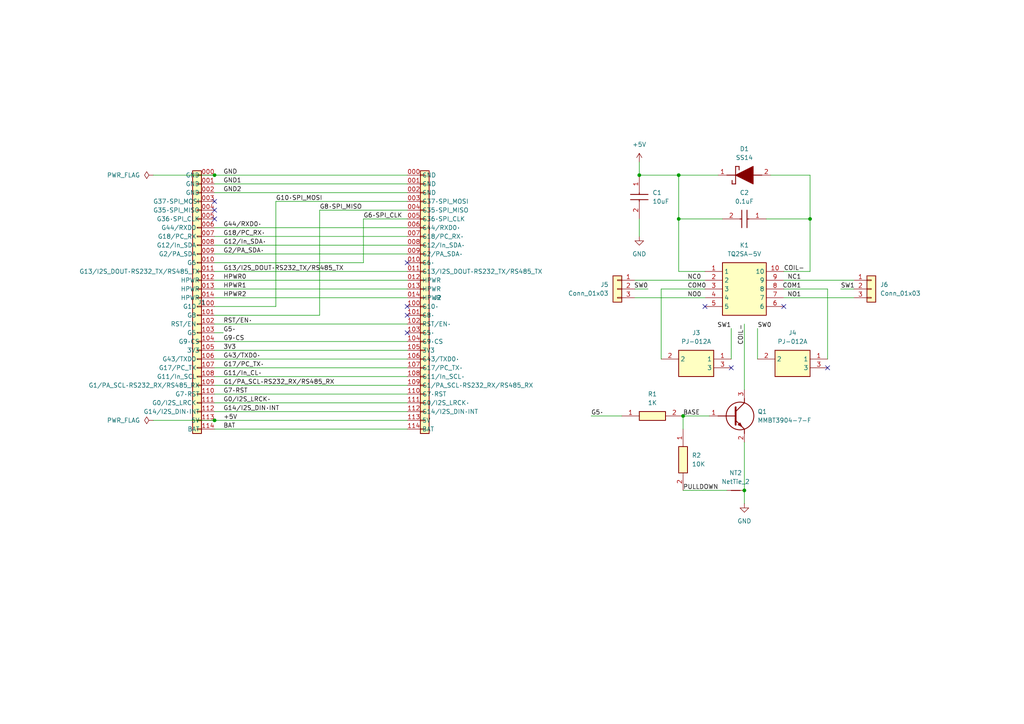
<source format=kicad_sch>
(kicad_sch (version 20250114) (generator "eeschema") (generator_version "9.0")
  (paper "A4")
  (title_block (title "M5Stack CoreS3 to LAN PoE v1.2 Adapter with DPDT Relay") (date "2025-08-14") (rev "1.0") (company "https://github.com/rtyle") (comment 1 "https://github.com/m5stack/M5_Hardware/tree/master/PCB/Module") (comment 2 "https://docs.m5stack.com/en/base/lan_poe_v12") (comment 3 "https://docs.m5stack.com/en/accessory/bus_socket"))
  (lib_symbols
    (symbol "Connector_Generic:Conn_01x03" (pin_names (offset 1.016) (hide yes))
      (property "Reference" "J" (at 0 5.08 0))
      (property "Value" "Conn_01x03" (at 0 -5.08 0))
      (symbol "Conn_01x03_1_1"
        (rectangle (start -1.27 3.81) (end 1.27 -3.81) (stroke (width 0.254)) (fill (type background)))
        (rectangle (start -1.27 2.667) (end 0 2.413) (stroke (width 0.1524)))
        (rectangle (start -1.27 0.127) (end 0 -0.127) (stroke (width 0.1524)))
        (rectangle (start -1.27 -2.413) (end 0 -2.667) (stroke (width 0.1524)))
        (pin passive line (at -5.08 2.54 0) (length 3.81) (name "Pin_1") (number "1"))
        (pin passive line (at -5.08 0 0) (length 3.81) (name "Pin_2") (number "2"))
        (pin passive line (at -5.08 -2.54 0) (length 3.81) (name "Pin_3") (number "3"))
      )
    )
    (symbol "Device:NetTie_2" (pin_numbers (hide yes)) (pin_names (offset 0) (hide yes)) (in_bom no)
      (property "Reference" "NT" (at 0 1.27 0))
      (property "Value" "NetTie_2" (at 0 -1.27 0))
      (symbol "NetTie_2_0_1"
        (polyline (pts (xy -1.27 0) (xy 1.27 0)) (stroke (width 0.254)))
      )
      (symbol "NetTie_2_1_1"
        (pin passive line (at -2.54 0 0) (length 2.54) (name "1") (number "1"))
        (pin passive line (at 2.54 0 180) (length 2.54) (name "2") (number "2"))
      )
    )
    (symbol "SamacSys_Parts:C1608X7R1H104K080AA" (pin_names (hide yes))
      (property "Reference" "C" (at 8.89 6.35 0))
      (property "Value" "C1608X7R1H104K080AA" (at 8.89 3.81 0))
      (symbol "C1608X7R1H104K080AA_1_1"
        (polyline (pts (xy 5.08 0) (xy 5.588 0)) (stroke (width 0.254)))
        (polyline (pts (xy 5.588 2.54) (xy 5.588 -2.54)) (stroke (width 0.254)))
        (polyline (pts (xy 7.112 2.54) (xy 7.112 -2.54)) (stroke (width 0.254)))
        (polyline (pts (xy 7.112 0) (xy 7.62 0)) (stroke (width 0.254)))
        (pin passive line (at 0 0 0) (length 5.08) (name "1") (number "1"))
        (pin passive line (at 12.7 0 180) (length 5.08) (name "2") (number "2"))
      )
    )
    (symbol "SamacSys_Parts:ERJ-P06F1002V" (pin_names (hide yes))
      (property "Reference" "R" (at 13.97 6.35 0))
      (property "Value" "ERJ-P06F1002V" (at 13.97 3.81 0))
      (symbol "ERJ-P06F1002V_1_1"
        (rectangle (start 5.08 1.27) (end 12.7 -1.27) (stroke (width 0.254)) (fill (type background)))
        (pin passive line (at 0 0 0) (length 5.08) (name "1") (number "1"))
        (pin passive line (at 17.78 0 180) (length 5.08) (name "2") (number "2"))
      )
    )
    (symbol "SamacSys_Parts:ERJ-UP6D1001V" (pin_names (hide yes))
      (property "Reference" "R" (at 13.97 6.35 0))
      (property "Value" "ERJ-UP6D1001V" (at 13.97 3.81 0))
      (symbol "ERJ-UP6D1001V_1_1"
        (rectangle (start 5.08 1.27) (end 12.7 -1.27) (stroke (width 0.254)) (fill (type background)))
        (pin passive line (at 0 0 0) (length 5.08) (name "1") (number "1"))
        (pin passive line (at 17.78 0 180) (length 5.08) (name "2") (number "2"))
      )
    )
    (symbol "SamacSys_Parts:GRM21BZ71E106KE15L" (pin_names (hide yes))
      (property "Reference" "C" (at 8.89 6.35 0))
      (property "Value" "GRM21BZ71E106KE15L" (at 8.89 3.81 0))
      (symbol "GRM21BZ71E106KE15L_1_1"
        (polyline (pts (xy 5.08 0) (xy 5.588 0)) (stroke (width 0.254)))
        (polyline (pts (xy 5.588 2.54) (xy 5.588 -2.54)) (stroke (width 0.254)))
        (polyline (pts (xy 7.112 2.54) (xy 7.112 -2.54)) (stroke (width 0.254)))
        (polyline (pts (xy 7.112 0) (xy 7.62 0)) (stroke (width 0.254)))
        (pin passive line (at 0 0 0) (length 5.08) (name "1") (number "1"))
        (pin passive line (at 12.7 0 180) (length 5.08) (name "2") (number "2"))
      )
    )
    (symbol "SamacSys_Parts:MMBT3904-7-F" (pin_names (hide yes))
      (property "Reference" "Q" (at 13.97 1.27 0))
      (property "Value" "MMBT3904-7-F" (at 13.97 -1.27 0))
      (symbol "MMBT3904-7-F_1_1"
        (polyline (pts (xy 2.54 0) (xy 7.62 0)) (stroke (width 0.254)))
        (polyline (pts (xy 7.62 2.54) (xy 7.62 -2.54)) (stroke (width 0.508)))
        (polyline (pts (xy 7.62 1.27) (xy 10.16 3.81)) (stroke (width 0.254)))
        (polyline (pts (xy 7.62 -1.27) (xy 10.16 -3.81)) (stroke (width 0.254)))
        (polyline (pts (xy 8.382 -2.54) (xy 8.89 -2.032) (xy 9.398 -3.048) (xy 8.382 -2.54)) (stroke (width 0.254)) (fill (type outline)))
        (circle (center 8.89 0) (radius 4.016) (stroke (width 0.254)))
        (polyline (pts (xy 10.16 3.81) (xy 10.16 5.08)) (stroke (width 0.254)))
        (polyline (pts (xy 10.16 -3.81) (xy 10.16 -5.08)) (stroke (width 0.254)))
        (pin passive line (at 0 0 0) (length 2.54) (name "B") (number "1"))
        (pin passive line (at 10.16 7.62 270) (length 2.54) (name "C") (number "3"))
        (pin passive line (at 10.16 -7.62 90) (length 2.54) (name "E") (number "2"))
      )
    )
    (symbol "SamacSys_Parts:PJ-012A"
      (property "Reference" "J" (at 16.51 7.62 0))
      (property "Value" "PJ-012A" (at 16.51 5.08 0))
      (symbol "PJ-012A_1_1"
        (rectangle (start 5.08 2.54) (end 15.24 -5.08) (stroke (width 0.254)) (fill (type background)))
        (pin passive line (at 0 0 0) (length 5.08) (name "1") (number "1"))
        (pin passive line (at 0 -2.54 0) (length 5.08) (name "3") (number "3"))
        (pin passive line (at 20.32 0 180) (length 5.08) (name "2") (number "2"))
      )
    )
    (symbol "SamacSys_Parts:SS14" (pin_names (hide yes))
      (property "Reference" "D" (at 12.7 8.89 0))
      (property "Value" "SS14" (at 12.7 6.35 0))
      (symbol "SS14_1_1"
        (polyline (pts (xy 5.08 0) (xy 7.62 0)) (stroke (width 0.254)))
        (polyline (pts (xy 6.604 -1.524) (xy 6.604 -2.54)) (stroke (width 0.254)))
        (polyline (pts (xy 7.62 2.54) (xy 7.62 -2.54)) (stroke (width 0.254)))
        (polyline (pts (xy 7.62 2.54) (xy 8.636 2.54)) (stroke (width 0.254)))
        (polyline (pts (xy 7.62 0) (xy 12.7 2.54) (xy 12.7 -2.54) (xy 7.62 0)) (stroke (width 0.254)) (fill (type outline)))
        (polyline (pts (xy 7.62 -2.54) (xy 6.604 -2.54)) (stroke (width 0.254)))
        (polyline (pts (xy 8.636 1.524) (xy 8.636 2.54)) (stroke (width 0.254)))
        (polyline (pts (xy 12.7 0) (xy 15.24 0)) (stroke (width 0.254)))
        (pin passive line (at 2.54 0 0) (length 2.54) (name "K") (number "1"))
        (pin passive line (at 17.78 0 180) (length 2.54) (name "A") (number "2"))
      )
    )
    (symbol "SamacSys_Parts:TQ2SA-5V"
      (property "Reference" "K" (at 19.05 7.62 0))
      (property "Value" "TQ2SA-5V" (at 19.05 5.08 0))
      (symbol "TQ2SA-5V_1_1"
        (rectangle (start 5.08 2.54) (end 17.78 -12.7) (stroke (width 0.254)) (fill (type background)))
        (pin power_in line (at 0 0 0) (length 5.08) (name "1") (number "1"))
        (pin bidirectional line (at 0 -2.54 0) (length 5.08) (name "2") (number "2"))
        (pin bidirectional line (at 0 -5.08 0) (length 5.08) (name "3") (number "3"))
        (pin bidirectional line (at 0 -7.62 0) (length 5.08) (name "4") (number "4"))
        (pin bidirectional line (at 0 -10.16 0) (length 5.08) (name "5") (number "5"))
        (pin bidirectional line (at 22.86 0 180) (length 5.08) (name "10") (number "10"))
        (pin bidirectional line (at 22.86 -2.54 180) (length 5.08) (name "9") (number "9"))
        (pin bidirectional line (at 22.86 -5.08 180) (length 5.08) (name "8") (number "8"))
        (pin bidirectional line (at 22.86 -7.62 180) (length 5.08) (name "7") (number "7"))
        (pin power_in line (at 22.86 -10.16 180) (length 5.08) (name "6") (number "6"))
      )
    )
    (symbol "m5stack:Conn_01x30_M5Stack_CoreS3-Base_LAN_PoE_v1.2"
      (property "Reference" "U" (at 0 0 0))
      (symbol "Conn_01x30_M5Stack_CoreS3-Base_LAN_PoE_v1.2_1_1"
        (rectangle (start 3.81 38.1) (end 6.35 -38.1) (stroke (width 0.254)) (fill (type background)))
        (rectangle (start 3.81 36.957) (end 5.08 36.703) (stroke (width 0.1524)))
        (rectangle (start 3.81 34.417) (end 5.08 34.163) (stroke (width 0.1524)))
        (rectangle (start 3.81 31.877) (end 5.08 31.623) (stroke (width 0.1524)))
        (rectangle (start 3.81 29.337) (end 5.08 29.083) (stroke (width 0.1524)))
        (rectangle (start 3.81 26.797) (end 5.08 26.543) (stroke (width 0.1524)))
        (rectangle (start 3.81 24.257) (end 5.08 24.003) (stroke (width 0.1524)))
        (rectangle (start 3.81 21.717) (end 5.08 21.463) (stroke (width 0.1524)))
        (rectangle (start 3.81 19.177) (end 5.08 18.923) (stroke (width 0.1524)))
        (rectangle (start 3.81 16.637) (end 5.08 16.383) (stroke (width 0.1524)))
        (rectangle (start 3.81 14.097) (end 5.08 13.843) (stroke (width 0.1524)))
        (rectangle (start 3.81 11.557) (end 5.08 11.303) (stroke (width 0.1524)))
        (rectangle (start 3.81 9.017) (end 5.08 8.763) (stroke (width 0.1524)))
        (rectangle (start 3.81 6.477) (end 5.08 6.223) (stroke (width 0.1524)))
        (rectangle (start 3.81 3.937) (end 5.08 3.683) (stroke (width 0.1524)))
        (rectangle (start 3.81 1.397) (end 5.08 1.143) (stroke (width 0.1524)))
        (rectangle (start 3.81 -1.143) (end 5.08 -1.397) (stroke (width 0.1524)))
        (rectangle (start 3.81 -3.683) (end 5.08 -3.937) (stroke (width 0.1524)))
        (rectangle (start 3.81 -6.223) (end 5.08 -6.477) (stroke (width 0.1524)))
        (rectangle (start 3.81 -8.763) (end 5.08 -9.017) (stroke (width 0.1524)))
        (rectangle (start 3.81 -11.303) (end 5.08 -11.557) (stroke (width 0.1524)))
        (rectangle (start 3.81 -13.843) (end 5.08 -14.097) (stroke (width 0.1524)))
        (rectangle (start 3.81 -16.383) (end 5.08 -16.637) (stroke (width 0.1524)))
        (rectangle (start 3.81 -18.923) (end 5.08 -19.177) (stroke (width 0.1524)))
        (rectangle (start 3.81 -21.463) (end 5.08 -21.717) (stroke (width 0.1524)))
        (rectangle (start 3.81 -24.003) (end 5.08 -24.257) (stroke (width 0.1524)))
        (rectangle (start 3.81 -26.543) (end 5.08 -26.797) (stroke (width 0.1524)))
        (rectangle (start 3.81 -29.083) (end 5.08 -29.337) (stroke (width 0.1524)))
        (rectangle (start 3.81 -31.623) (end 5.08 -31.877) (stroke (width 0.1524)))
        (rectangle (start 3.81 -34.163) (end 5.08 -34.417) (stroke (width 0.1524)))
        (rectangle (start 3.81 -36.703) (end 5.08 -36.957) (stroke (width 0.1524)))
        (pin passive line (at 0 36.83 0) (length 3.81) (name "GND") (number "000"))
        (pin passive line (at 0 34.29 0) (length 3.81) (name "GND") (number "001"))
        (pin passive line (at 0 31.75 0) (length 3.81) (name "GND") (number "002"))
        (pin passive line (at 0 29.21 0) (length 3.81) (name "G37·SPI_MOSI") (number "003"))
        (pin passive line (at 0 26.67 0) (length 3.81) (name "G35·SPI_MISO") (number "004"))
        (pin passive line (at 0 24.13 0) (length 3.81) (name "G36·SPI_CLK") (number "005"))
        (pin passive line (at 0 21.59 0) (length 3.81) (name "G44/RXD0·") (number "006"))
        (pin passive line (at 0 19.05 0) (length 3.81) (name "G18/PC_RX·") (number "007"))
        (pin passive line (at 0 16.51 0) (length 3.81) (name "G12/In_SDA·") (number "008"))
        (pin passive line (at 0 13.97 0) (length 3.81) (name "G2/PA_SDA·") (number "009"))
        (pin passive line (at 0 11.43 0) (length 3.81) (name "G6·") (number "010"))
        (pin passive line (at 0 8.89 0) (length 3.81) (name "G13/I2S_DOUT·RS232_TX/RS485_TX") (number "011"))
        (pin passive line (at 0 6.35 0) (length 3.81) (name "HPWR") (number "012"))
        (pin passive line (at 0 3.81 0) (length 3.81) (name "HPWR") (number "013"))
        (pin passive line (at 0 1.27 0) (length 3.81) (name "HPWR") (number "014"))
        (pin passive line (at 0 -1.27 0) (length 3.81) (name "G10·") (number "100"))
        (pin passive line (at 0 -3.81 0) (length 3.81) (name "G8·") (number "101"))
        (pin passive line (at 0 -6.35 0) (length 3.81) (name "RST/EN·") (number "102"))
        (pin passive line (at 0 -8.89 0) (length 3.81) (name "G5·") (number "103"))
        (pin passive line (at 0 -11.43 0) (length 3.81) (name "G9·CS") (number "104"))
        (pin passive line (at 0 -13.97 0) (length 3.81) (name "3V3") (number "105"))
        (pin passive line (at 0 -16.51 0) (length 3.81) (name "G43/TXD0·") (number "106"))
        (pin passive line (at 0 -19.05 0) (length 3.81) (name "G17/PC_TX·") (number "107"))
        (pin passive line (at 0 -21.59 0) (length 3.81) (name "G11/In_SCL·") (number "108"))
        (pin passive line (at 0 -24.13 0) (length 3.81) (name "G1/PA_SCL·RS232_RX/RS485_RX") (number "109"))
        (pin passive line (at 0 -26.67 0) (length 3.81) (name "G7·RST") (number "110"))
        (pin passive line (at 0 -29.21 0) (length 3.81) (name "G0/I2S_LRCK·") (number "111"))
        (pin passive line (at 0 -31.75 0) (length 3.81) (name "G14/I2S_DIN·INT") (number "112"))
        (pin passive line (at 0 -34.29 0) (length 3.81) (name "5V") (number "113"))
        (pin passive line (at 0 -36.83 0) (length 3.81) (name "BAT") (number "114"))
      )
    )
    (symbol "power:+5V" (power) (pin_numbers (hide yes)) (pin_names (offset 0) (hide yes))
      (property "Value" "+5V" (at 0 3.556 0))
      (symbol "+5V_0_1"
        (polyline (pts (xy -0.762 1.27) (xy 0 2.54)))
        (polyline (pts (xy 0 2.54) (xy 0.762 1.27)))
        (polyline (pts (xy 0 0) (xy 0 2.54)))
      )
      (symbol "+5V_1_1"
        (pin power_in line (at 0 0 90) (length 0) (name "~") (number "1"))
      )
    )
    (symbol "power:GND" (power) (pin_numbers (hide yes)) (pin_names (offset 0) (hide yes))
      (property "Value" "GND" (at 0 -3.81 0))
      (symbol "GND_0_1"
        (polyline (pts (xy 0 0) (xy 0 -1.27) (xy 1.27 -1.27) (xy 0 -2.54) (xy -1.27 -1.27) (xy 0 -1.27)))
      )
      (symbol "GND_1_1"
        (pin power_in line (at 0 0 270) (length 0) (name "~") (number "1"))
      )
    )
    (symbol "power:PWR_FLAG" (power) (pin_numbers (hide yes)) (pin_names (offset 0) (hide yes))
      (property "Value" "PWR_FLAG" (at 0 3.81 0))
      (symbol "PWR_FLAG_0_0"
        (pin power_out line (at 0 0 90) (length 0) (name "~") (number "1"))
      )
      (symbol "PWR_FLAG_0_1"
        (polyline (pts (xy 0 0) (xy 0 1.27) (xy -1.016 1.905) (xy 0 2.54) (xy 1.016 1.905) (xy 0 1.27)))
      )
    )
  )
  (junction (at 198.12 120.65))
  (junction (at 234.95 63.5))
  (junction (at 62.23 121.92))
  (junction (at 185.42 50.8))
  (junction (at 215.9 142.24))
  (junction (at 62.23 50.8))
  (junction (at 196.85 50.8))
  (junction (at 196.85 63.5))
  (no_connect (at 204.47 88.9))
  (no_connect (at 62.23 60.96))
  (no_connect (at 62.23 63.5))
  (no_connect (at 118.11 91.44))
  (no_connect (at 118.11 88.9))
  (no_connect (at 227.33 88.9))
  (no_connect (at 62.23 58.42))
  (no_connect (at 118.11 96.52))
  (no_connect (at 118.11 76.2))
  (no_connect (at 212.09 106.68))
  (no_connect (at 240.03 106.68))
  (wire (pts (xy 215.9 142.24) (xy 215.9 146.05)))
  (wire (pts (xy 62.23 50.8) (xy 118.11 50.8)))
  (wire (pts (xy 62.23 116.84) (xy 118.11 116.84)))
  (wire (pts (xy 62.23 111.76) (xy 118.11 111.76)))
  (wire (pts (xy 184.15 81.28) (xy 204.47 81.28)))
  (wire (pts (xy 62.23 53.34) (xy 118.11 53.34)))
  (wire (pts (xy 62.23 68.58) (xy 118.11 68.58)))
  (wire (pts (xy 62.23 88.9) (xy 80.01 88.9)))
  (wire (pts (xy 215.9 93.98) (xy 215.9 113.03)))
  (wire (pts (xy 171.45 120.65) (xy 180.34 120.65)))
  (wire (pts (xy 62.23 73.66) (xy 118.11 73.66)))
  (wire (pts (xy 62.23 119.38) (xy 118.11 119.38)))
  (wire (pts (xy 222.25 63.5) (xy 234.95 63.5)))
  (wire (pts (xy 205.74 120.65) (xy 198.12 120.65)))
  (wire (pts (xy 227.33 78.74) (xy 234.95 78.74)))
  (wire (pts (xy 227.33 86.36) (xy 247.65 86.36)))
  (wire (pts (xy 62.23 93.98) (xy 118.11 93.98)))
  (wire (pts (xy 62.23 83.82) (xy 118.11 83.82)))
  (wire (pts (xy 215.9 128.27) (xy 215.9 142.24)))
  (wire (pts (xy 62.23 76.2) (xy 105.41 76.2)))
  (wire (pts (xy 62.23 99.06) (xy 118.11 99.06)))
  (wire (pts (xy 191.77 83.82) (xy 204.47 83.82)))
  (wire (pts (xy 196.85 50.8) (xy 208.28 50.8)))
  (wire (pts (xy 62.23 78.74) (xy 118.11 78.74)))
  (wire (pts (xy 184.15 83.82) (xy 187.96 83.82)))
  (wire (pts (xy 185.42 46.99) (xy 185.42 50.8)))
  (wire (pts (xy 196.85 63.5) (xy 196.85 78.74)))
  (wire (pts (xy 80.01 88.9) (xy 80.01 58.42)))
  (wire (pts (xy 62.23 96.52) (xy 64.77 96.52)))
  (wire (pts (xy 184.15 86.36) (xy 204.47 86.36)))
  (wire (pts (xy 191.77 104.14) (xy 191.77 83.82)))
  (wire (pts (xy 223.52 50.8) (xy 234.95 50.8)))
  (wire (pts (xy 62.23 121.92) (xy 118.11 121.92)))
  (wire (pts (xy 62.23 81.28) (xy 118.11 81.28)))
  (wire (pts (xy 62.23 114.3) (xy 118.11 114.3)))
  (wire (pts (xy 196.85 78.74) (xy 204.47 78.74)))
  (wire (pts (xy 234.95 50.8) (xy 234.95 63.5)))
  (wire (pts (xy 227.33 83.82) (xy 240.03 83.82)))
  (wire (pts (xy 62.23 106.68) (xy 118.11 106.68)))
  (wire (pts (xy 62.23 109.22) (xy 118.11 109.22)))
  (wire (pts (xy 92.71 91.44) (xy 92.71 60.96)))
  (wire (pts (xy 92.71 60.96) (xy 118.11 60.96)))
  (wire (pts (xy 62.23 55.88) (xy 118.11 55.88)))
  (wire (pts (xy 62.23 66.04) (xy 118.11 66.04)))
  (wire (pts (xy 196.85 63.5) (xy 209.55 63.5)))
  (wire (pts (xy 243.84 83.82) (xy 247.65 83.82)))
  (wire (pts (xy 196.85 50.8) (xy 196.85 63.5)))
  (wire (pts (xy 44.45 121.92) (xy 62.23 121.92)))
  (wire (pts (xy 198.12 142.24) (xy 210.82 142.24)))
  (wire (pts (xy 62.23 86.36) (xy 118.11 86.36)))
  (wire (pts (xy 227.33 81.28) (xy 247.65 81.28)))
  (wire (pts (xy 44.45 50.8) (xy 62.23 50.8)))
  (wire (pts (xy 62.23 101.6) (xy 118.11 101.6)))
  (wire (pts (xy 62.23 104.14) (xy 118.11 104.14)))
  (wire (pts (xy 185.42 50.8) (xy 196.85 50.8)))
  (wire (pts (xy 105.41 63.5) (xy 118.11 63.5)))
  (wire (pts (xy 105.41 76.2) (xy 105.41 63.5)))
  (wire (pts (xy 198.12 120.65) (xy 198.12 124.46)))
  (wire (pts (xy 219.71 95.25) (xy 219.71 104.14)))
  (wire (pts (xy 80.01 58.42) (xy 118.11 58.42)))
  (wire (pts (xy 62.23 71.12) (xy 118.11 71.12)))
  (wire (pts (xy 62.23 91.44) (xy 92.71 91.44)))
  (wire (pts (xy 240.03 104.14) (xy 240.03 83.82)))
  (wire (pts (xy 62.23 124.46) (xy 118.11 124.46)))
  (wire (pts (xy 185.42 63.5) (xy 185.42 68.58)))
  (wire (pts (xy 234.95 63.5) (xy 234.95 78.74)))
  (wire (pts (xy 212.09 95.25) (xy 212.09 104.14)))
  (label "3V3" (at 64.77 101.6 0))
  (label "SW0" (at 187.96 83.82 180))
  (label "PULLDOWN" (at 198.12 142.24 0))
  (label "SW1" (at 243.84 83.82 0))
  (label "BAT" (at 64.77 124.46 0))
  (label "G5·" (at 64.77 96.52 0))
  (label "NC1" (at 232.41 81.28 180))
  (label "COM0" (at 199.39 83.82 0))
  (label "RST{slash}EN·" (at 64.77 93.98 0))
  (label "COIL-" (at 227.33 78.74 0))
  (label "BASE" (at 198.12 120.65 0))
  (label "NO1" (at 232.41 86.36 180))
  (label "+5V" (at 64.77 121.92 0))
  (label "G7·RST" (at 64.77 114.3 0))
  (label "SW0" (at 219.71 95.25 0))
  (label "G9·CS" (at 64.77 99.06 0))
  (label "GND2" (at 64.77 55.88 0))
  (label "G2{slash}PA_SDA·" (at 64.77 73.66 0))
  (label "SW1" (at 212.09 95.25 180))
  (label "G11{slash}In_CL·" (at 64.77 109.22 0))
  (label "G0{slash}I2S_LRCK·" (at 64.77 116.84 0))
  (label "G13{slash}I2S_DOUT·RS232_TX{slash}RS485_TX" (at 64.77 78.74 0))
  (label "NO0" (at 199.39 86.36 0))
  (label "G12{slash}In_SDA·" (at 64.77 71.12 0))
  (label "HPWR0" (at 64.77 81.28 0))
  (label "COIL-" (at 215.9 93.98 270))
  (label "G18{slash}PC_RX·" (at 64.77 68.58 0))
  (label "HPWR1" (at 64.77 83.82 0))
  (label "G6·SPI_CLK" (at 105.41 63.5 0))
  (label "GND1" (at 64.77 53.34 0))
  (label "G1{slash}PA_SCL·RS232_RX{slash}RS485_RX" (at 64.77 111.76 0))
  (label "NC0" (at 199.39 81.28 0))
  (label "G14{slash}I2S_DIN·INT" (at 64.77 119.38 0))
  (label "G5·" (at 171.45 120.65 0))
  (label "G8·SPI_MISO" (at 92.71 60.96 0))
  (label "G10·SPI_MOSI" (at 80.01 58.42 0))
  (label "G44{slash}RXD0·" (at 64.77 66.04 0))
  (label "G17{slash}PC_TX·" (at 64.77 106.68 0))
  (label "G43{slash}TXD0·" (at 64.77 104.14 0))
  (label "GND" (at 64.77 50.8 0))
  (label "HPWR2" (at 64.77 86.36 0))
  (label "COM1" (at 232.41 83.82 180))
  (symbol (lib_id "power:GND") (at 215.9 146.05 0) (unit 1)
    (property "Reference" "#PWR01" (effects (hide yes)))
    (property "Value" "GND" (at 215.9 151.13 0))
    (property "Description" "Power symbol creates a global label with name \"GND\" , ground" (effects (hide yes)))
  )
  (symbol (lib_id "SamacSys_Parts:SS14") (at 205.74 50.8 0) (unit 1)
    (property "Reference" "D1" (at 215.9 43.18 0))
    (property "Value" "SS14" (at 215.9 45.72 0))
    (property "Footprint" "SamacSys_Parts:DIOM5227X270N" (effects (hide yes)))
    (property "Datasheet" "https://www.onsemi.com/pub/Collateral/SS19-D.PDF" (effects (hide yes)))
    (property "Description" "High-Current Capability, Low VF; Glass-Passivated Junctions" (effects (hide yes)))
    (property "Height" "2.7" (effects (hide yes)))
    (property "Manufacturer_Name" "onsemi" (effects (hide yes)))
    (property "Manufacturer_Part_Number" "SS14" (effects (hide yes)))
    (property "Mouser Part Number" "512-SS14" (effects (hide yes)))
    (property "Mouser Price/Stock" "https://www.mouser.co.uk/ProductDetail/onsemi-Fairchild/SS14?qs=mVVXn4M53U%252BvrBaFv5vr4w%3D%3D" (effects (hide yes)))
    (property "Arrow Part Number" "SS14" (effects (hide yes)))
    (property "Arrow Price/Stock" "https://www.arrow.com/en/products/ss14/on-semiconductor?utm_currency=USD&region=nac" (effects (hide yes)))
    (property "Vendor" "https://www.mouser.com/ProductDetail/512-SS14" (effects (hide yes)))
  )
  (symbol (lib_id "SamacSys_Parts:PJ-012A") (at 240.03 104.14 0) (mirror y) (unit 1)
    (property "Reference" "J4" (at 229.87 96.52 0))
    (property "Value" "PJ-012A" (at 229.87 99.06 0))
    (property "Footprint" "SamacSys_Parts:PJ012A" (effects (hide yes)))
    (property "Datasheet" "https://www.sameskydevices.com/product/resource/pj-012a.pdf" (effects (hide yes)))
    (property "Description" "2.0 x 6.6 mm, 5.0 A, Horizontal, Through Hole, Dc Power Jack Connector" (effects (hide yes)))
    (property "Height" "7.3" (effects (hide yes)))
    (property "Manufacturer_Name" "Same Sky" (effects (hide yes)))
    (property "Manufacturer_Part_Number" "PJ-012A" (effects (hide yes)))
    (property "Mouser Part Number" "490-PJ-012A" (effects (hide yes)))
    (property "Mouser Price/Stock" "https://www.mouser.co.uk/ProductDetail/CUI-Devices/PJ-012A?qs=WyjlAZoYn51yDc4uz8zRCw%3D%3D" (effects (hide yes)))
    (property "Arrow Part Number" "PJ-012A" (effects (hide yes)))
    (property "Arrow Price/Stock" "https://www.arrow.com/en/products/pj-012a/cui-devices?region=nac" (effects (hide yes)))
  )
  (symbol (lib_id "SamacSys_Parts:MMBT3904-7-F") (at 205.74 120.65 0) (unit 1)
    (property "Reference" "Q1" (at 219.71 119.3799 0) (effects (justify left)))
    (property "Value" "MMBT3904-7-F" (at 219.71 121.9199 0) (effects (justify left)))
    (property "Footprint" "SamacSys_Parts:SOT96P240X110-3N" (effects (hide yes)))
    (property "Datasheet" "https://www.diodes.com//assets/Datasheets/MMBT3904.pdf" (effects (hide yes)))
    (property "Description" "Bipolar Transistors - BJT 40V NPN SS Trans 60Vceo 6Vebo 200mA" (effects (hide yes)))
    (property "Height" "1.1" (effects (hide yes)))
    (property "Manufacturer_Name" "Diodes Incorporated" (effects (hide yes)))
    (property "Manufacturer_Part_Number" "MMBT3904-7-F" (effects (hide yes)))
    (property "Mouser Part Number" "621-MMBT3904-F" (effects (hide yes)))
    (property "Mouser Price/Stock" "https://www.mouser.co.uk/ProductDetail/Diodes-Incorporated/MMBT3904-7-F?qs=7F%2FY8wl6X3H3eL7tHVWSBQ%3D%3D" (effects (hide yes)))
    (property "Arrow Part Number" "MMBT3904-7-F" (effects (hide yes)))
    (property "Arrow Price/Stock" "https://www.arrow.com/en/products/mmbt3904-7-f/diodes-incorporated?utm_currency=USD&region=europe" (effects (hide yes)))
    (property "Vendor" "https://www.mouser.com/ProductDetail/621-MMBT3904-F" (effects (hide yes)))
  )
  (symbol (lib_id "SamacSys_Parts:ERJ-P06F1002V") (at 198.12 124.46 270) (unit 1)
    (property "Reference" "R2" (at 200.66 132.0799 90) (effects (justify left)))
    (property "Value" "10K" (at 200.66 134.6199 90) (effects (justify left)))
    (property "Footprint" "SamacSys_Parts:ERJP06D1000V" (effects (hide yes)))
    (property "Datasheet" "http://industrial.panasonic.com/cdbs/www-data/pdf/RDA0000/AOA0000C102.pdf" (effects (hide yes)))
    (property "Description" "Thick Film Resistors - SMD 0805 10Kohms 0.5W 1% AEC-Q200" (effects (hide yes)))
    (property "Height" "0.7" (effects (hide yes)))
    (property "Manufacturer_Name" "Panasonic" (effects (hide yes)))
    (property "Manufacturer_Part_Number" "ERJ-P06F1002V" (effects (hide yes)))
    (property "Mouser Part Number" "667-ERJ-P06F1002V" (effects (hide yes)))
    (property "Mouser Price/Stock" "https://www.mouser.co.uk/ProductDetail/Panasonic/ERJ-P06F1002V?qs=Zyl8A9hlmJpSDn8Y2yUh3g%3D%3D" (effects (hide yes)))
    (property "Arrow Part Number" "ERJ-P06F1002V" (effects (hide yes)))
    (property "Arrow Price/Stock" "https://www.arrow.com/en/products/erj-p06f1002v/panasonic?utm_currency=USD&region=nac" (effects (hide yes)))
    (property "Vendor" "https://www.mouser.com/ProductDetail/667-ERJ-P06F1002V" (effects (hide yes)))
  )
  (symbol (lib_id "power:PWR_FLAG") (at 44.45 121.92 90) (unit 1)
    (property "Reference" "#FLG01" (effects (hide yes)))
    (property "Value" "PWR_FLAG" (at 40.64 121.9199 90) (effects (justify left)))
    (property "Description" "Special symbol for telling ERC where power comes from" (effects (hide yes)))
  )
  (symbol (lib_id "Connector_Generic:Conn_01x03") (at 179.07 83.82 0) (mirror y) (unit 1)
    (property "Reference" "J5" (at 176.53 82.5499 0) (effects (justify left)))
    (property "Value" "Conn_01x03" (at 176.53 85.0899 0) (effects (justify left)))
    (property "Footprint" "Connector_PinHeader_2.54mm:PinHeader_1x03_P2.54mm_Vertical" (effects (hide yes)))
    (property "Description" "Generic connector, single row, 01x03, script generated (kicad-library-utils/schlib/autogen/connector/)" (effects (hide yes)))
  )
  (symbol (lib_id "SamacSys_Parts:TQ2SA-5V") (at 204.47 78.74 0) (unit 1)
    (property "Reference" "K1" (at 215.9 71.12 0))
    (property "Value" "TQ2SA-5V" (at 215.9 73.66 0))
    (property "Footprint" "SamacSys_Parts:TQ2SA5V" (effects (hide yes)))
    (property "Datasheet" "https://datasheet.datasheetarchive.com/originals/distributors/Datasheets-21/DSA-416364.pdf" (effects (hide yes)))
    (property "Description" "Relay,Latching,DPDT-NO/NC,5DC,SMT" (effects (hide yes)))
    (property "Height" "5.6" (effects (hide yes)))
    (property "Manufacturer_Name" "Panasonic" (effects (hide yes)))
    (property "Manufacturer_Part_Number" "TQ2SA-5V" (effects (hide yes)))
    (property "Mouser Part Number" "769-TQ2SA-5V" (effects (hide yes)))
    (property "Mouser Price/Stock" "https://www.mouser.co.uk/ProductDetail/Panasonic-Industrial-Devices/TQ2SA-5V?qs=HLLy2pIPwutTziQ%2F0FSsGg%3D%3D" (effects (hide yes)))
    (property "Arrow Part Number" "TQ2SA-5V" (effects (hide yes)))
    (property "Arrow Price/Stock" "https://www.arrow.com/en/products/tq2sa-5v/panasonic?utm_currency=USD&region=nac" (effects (hide yes)))
    (property "Vendor" "https://www.mouser.com/ProductDetail/769-TQ2SA-5V" (effects (hide yes)))
  )
  (symbol (lib_id "SamacSys_Parts:ERJ-UP6D1001V") (at 180.34 120.65 0) (unit 1)
    (property "Reference" "R1" (at 189.23 114.3 0))
    (property "Value" "1K" (at 189.23 116.84 0))
    (property "Footprint" "SamacSys_Parts:ERJP06D1000V" (effects (hide yes)))
    (property "Datasheet" "https://industrial.panasonic.com/cdbs/www-data/pdf/RDP0000/AOA0000C337.pdf" (effects (hide yes)))
    (property "Description" "Anti-Sulfurated Thick Film Chip Resistors/ Anti-Surge Type, Power Rating (W): 0.5, Chip Size (LxW(EIA)) (mm): 2.0 x 1.25 (EIA:0805), Resistance Values (?): 1000, Resistance Tolerance (%): 0.5, T.C.R (?102/K): ?100" (effects (hide yes)))
    (property "Height" "0.7" (effects (hide yes)))
    (property "Manufacturer_Name" "Panasonic" (effects (hide yes)))
    (property "Manufacturer_Part_Number" "ERJ-UP6D1001V" (effects (hide yes)))
    (property "Mouser Part Number" "667-ERJ-UP6D1001V " (effects (hide yes)))
    (property "Vendor" "https://www.mouser.com/ProductDetail/667-ERJ-UP6D1001V" (effects (hide yes)))
  )
  (symbol (lib_id "m5stack:Conn_01x30_M5Stack_CoreS3-Base_LAN_PoE_v1.2") (at 62.23 87.63 0) (mirror y) (unit 1)
    (property "Reference" "J1" (at 59.69 87.6299 0) (effects (justify left)))
    (property "Value" "M5Stack A117 PinHeader" (effects (hide yes)))
    (property "Footprint" "m5stack:PinHeader_2x15_P2.54mm_Vertical_SMD_M5Stack_A001" (effects (hide yes)))
    (property "Datasheet" "https://docs.m5stack.com/en/accessory/bus_socket_smd_13.2" (effects (hide yes)))
    (property "Description" "Generic connector, single row, 01x30, script generated (kicad-library-utils/schlib/autogen/connector/)" (effects (hide yes)))
    (property "Vendor" "https://www.mouser.com/ProductDetail/M5Stack/A117?qs=Imq1NPwxi759SRSwpLYHZw%3D%3D" (effects (hide yes)))
    (property "Mouser Part Number" "170-A117" (effects (hide yes)))
  )
  (symbol (lib_id "SamacSys_Parts:C1608X7R1H104K080AA") (at 222.25 63.5 180) (unit 1)
    (property "Reference" "C2" (at 215.9 55.88 0))
    (property "Value" "0.1uF" (at 215.9 58.42 0))
    (property "Footprint" "SamacSys_Parts:CAPC1608X80N" (effects (hide yes)))
    (property "Datasheet" "https://product.tdk.com/info/en/catalog/datasheets/mlcc_commercial_midvoltage_en.pdf" (effects (hide yes)))
    (property "Description" "MULTILAYER CERAMIC CHIP CAPACITORS, 1608, Commercial grade, general (Up to 75V)" (effects (hide yes)))
    (property "Height" "0.8" (effects (hide yes)))
    (property "Manufacturer_Name" "TDK" (effects (hide yes)))
    (property "Manufacturer_Part_Number" "C1608X7R1H104K080AA" (effects (hide yes)))
    (property "Mouser Part Number" "810-C1608X7R1H104K" (effects (hide yes)))
    (property "Mouser Price/Stock" "https://www.mouser.co.uk/ProductDetail/TDK/C1608X7R1H104K080AA?qs=NRhsANhppD8dEJli2CDBHA%3D%3D" (effects (hide yes)))
    (property "Arrow Part Number" "C1608X7R1H104K080AA" (effects (hide yes)))
    (property "Arrow Price/Stock" "https://www.arrow.com/en/products/c1608x7r1h104k080aa/tdk?utm_currency=USD&region=europe" (effects (hide yes)))
    (property "Vendor" "https://www.mouser.com/ProductDetail/810-C1608X7R1H104K" (effects (hide yes)))
  )
  (symbol (lib_id "SamacSys_Parts:PJ-012A") (at 212.09 104.14 0) (mirror y) (unit 1)
    (property "Reference" "J3" (at 201.93 96.52 0))
    (property "Value" "PJ-012A" (at 201.93 99.06 0))
    (property "Footprint" "SamacSys_Parts:PJ012A" (effects (hide yes)))
    (property "Datasheet" "https://www.sameskydevices.com/product/resource/pj-012a.pdf" (effects (hide yes)))
    (property "Description" "2.0 x 6.6 mm, 5.0 A, Horizontal, Through Hole, Dc Power Jack Connector" (effects (hide yes)))
    (property "Height" "7.3" (effects (hide yes)))
    (property "Manufacturer_Name" "Same Sky" (effects (hide yes)))
    (property "Manufacturer_Part_Number" "PJ-012A" (effects (hide yes)))
    (property "Mouser Part Number" "490-PJ-012A" (effects (hide yes)))
    (property "Mouser Price/Stock" "https://www.mouser.co.uk/ProductDetail/CUI-Devices/PJ-012A?qs=WyjlAZoYn51yDc4uz8zRCw%3D%3D" (effects (hide yes)))
    (property "Arrow Part Number" "PJ-012A" (effects (hide yes)))
    (property "Arrow Price/Stock" "https://www.arrow.com/en/products/pj-012a/cui-devices?region=nac" (effects (hide yes)))
  )
  (symbol (lib_id "Device:NetTie_2") (at 213.36 142.24 0) (unit 1) (in_bom no)
    (property "Reference" "NT2" (at 213.36 137.16 0))
    (property "Value" "NetTie_2" (at 213.36 139.7 0))
    (property "Footprint" "NetTie:NetTie-2_SMD_Pad0.5mm" (effects (hide yes)))
    (property "Description" "Net tie, 2 pins" (effects (hide yes)))
  )
  (symbol (lib_id "power:PWR_FLAG") (at 44.45 50.8 90) (unit 1)
    (property "Reference" "#FLG02" (effects (hide yes)))
    (property "Value" "PWR_FLAG" (at 40.64 50.7999 90) (effects (justify left)))
    (property "Description" "Special symbol for telling ERC where power comes from" (effects (hide yes)))
  )
  (symbol (lib_id "SamacSys_Parts:GRM21BZ71E106KE15L") (at 185.42 50.8 270) (unit 1)
    (property "Reference" "C1" (at 189.23 55.8799 90) (effects (justify left)))
    (property "Value" "10uF" (at 189.23 58.4199 90) (effects (justify left)))
    (property "Footprint" "SamacSys_Parts:GRM21BR60J226ME39L" (effects (hide yes)))
    (property "Datasheet" "https://search.murata.co.jp/Ceramy/image/img/A01X/G101/ENG/GRM21BZ71E106KE15-01A.pdf" (effects (hide yes)))
    (property "Description" "MLCC, 0805" (effects (hide yes)))
    (property "Height" "1.45" (effects (hide yes)))
    (property "Manufacturer_Name" "Murata Electronics" (effects (hide yes)))
    (property "Manufacturer_Part_Number" "GRM21BZ71E106KE15L" (effects (hide yes)))
    (property "Mouser Part Number" "81-GRM21BZ71E106KE5L" (effects (hide yes)))
    (property "Mouser Price/Stock" "https://www.mouser.co.uk/ProductDetail/Murata-Electronics/GRM21BZ71E106KE15L?qs=Ey7%2FXF42M3fdXe9bIpCO9w%3D%3D" (effects (hide yes)))
    (property "Arrow Part Number" "GRM21BZ71E106KE15L" (effects (hide yes)))
    (property "Arrow Price/Stock" "https://www.arrow.com/en/products/grm21bz71e106ke15l/murata-manufacturing?region=europe" (effects (hide yes)))
    (property "Vendor" "https://www.mouser.com/ProductDetail/81-GRM21BZ71E106KE5L" (effects (hide yes)))
  )
  (symbol (lib_id "power:GND") (at 185.42 68.58 0) (unit 1)
    (property "Reference" "#PWR03" (effects (hide yes)))
    (property "Value" "GND" (at 185.42 73.66 0))
    (property "Description" "Power symbol creates a global label with name \"GND\" , ground" (effects (hide yes)))
  )
  (symbol (lib_id "m5stack:Conn_01x30_M5Stack_CoreS3-Base_LAN_PoE_v1.2") (at 118.11 87.63 0) (unit 1)
    (property "Reference" "J2" (at 125.73 86.3599 0) (effects (justify left)))
    (property "Value" "M5Stack A117 PinSocket" (effects (hide yes)))
    (property "Footprint" "m5stack:PinSocket_2x15_P2.54mm_Vertical_SMD_M5Stack_A001" (effects (hide yes)))
    (property "Datasheet" "https://docs.m5stack.com/en/accessory/bus_socket_smd_13.2" (effects (hide yes)))
    (property "Description" "Generic connector, single row, 01x30, script generated (kicad-library-utils/schlib/autogen/connector/)" (effects (hide yes)))
    (property "Vendor" "https://www.mouser.com/ProductDetail/M5Stack/A117?qs=Imq1NPwxi759SRSwpLYHZw%3D%3D" (effects (hide yes)))
    (property "Mouser Part Number" "170-A117" (effects (hide yes)))
  )
  (symbol (lib_id "Connector_Generic:Conn_01x03") (at 252.73 83.82 0) (unit 1)
    (property "Reference" "J6" (at 255.27 82.5499 0) (effects (justify left)))
    (property "Value" "Conn_01x03" (at 255.27 85.0899 0) (effects (justify left)))
    (property "Footprint" "Connector_PinHeader_2.54mm:PinHeader_1x03_P2.54mm_Vertical" (effects (hide yes)))
    (property "Description" "Generic connector, single row, 01x03, script generated (kicad-library-utils/schlib/autogen/connector/)" (effects (hide yes)))
  )
  (symbol (lib_id "power:+5V") (at 185.42 46.99 0) (unit 1)
    (property "Reference" "#PWR05" (effects (hide yes)))
    (property "Value" "+5V" (at 185.42 41.91 0))
    (property "Description" "Power symbol creates a global label with name \"+5V\"" (effects (hide yes)))
  )
)
</source>
